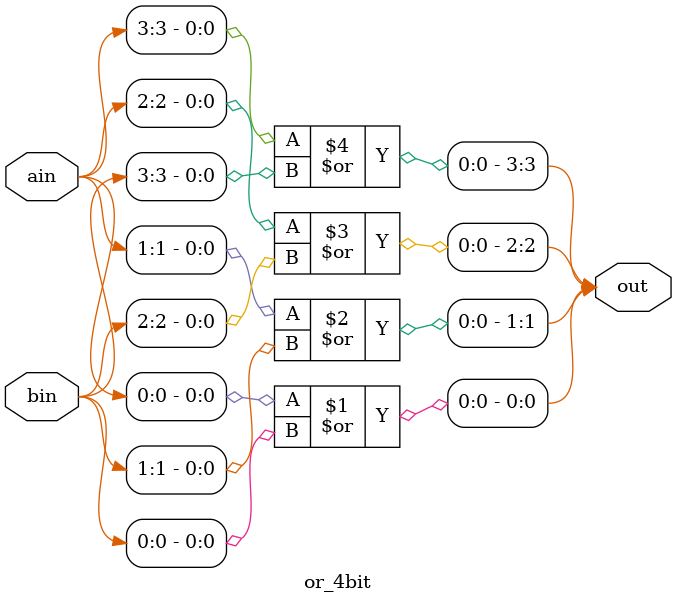
<source format=v>
module or_4bit (
	output [3:0] out,
	input [3:0] ain,
	input [3:0] bin
);

	or (out[0], ain[0], bin[0]);
	or (out[1], ain[1], bin[1]);
	or (out[2], ain[2], bin[2]);
	or (out[3], ain[3], bin[3]);

endmodule
</source>
